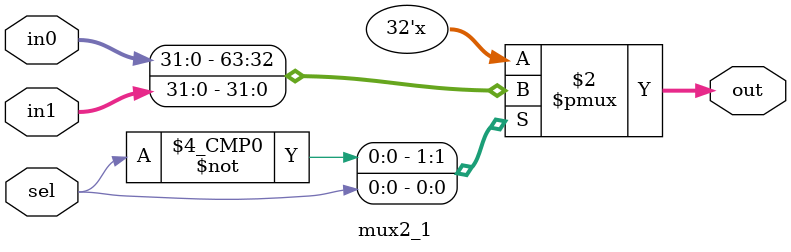
<source format=sv>
module mux2_1 (
	input logic [31:0] in0,
	input logic [31:0] in1,
	input logic [0:0] sel,
	output logic [31:0] out
);

always @(*) begin
	case (sel)
		1'b0:	out = in0;
		1'b1: out = in1;
	endcase
end

endmodule : mux2_1
</source>
